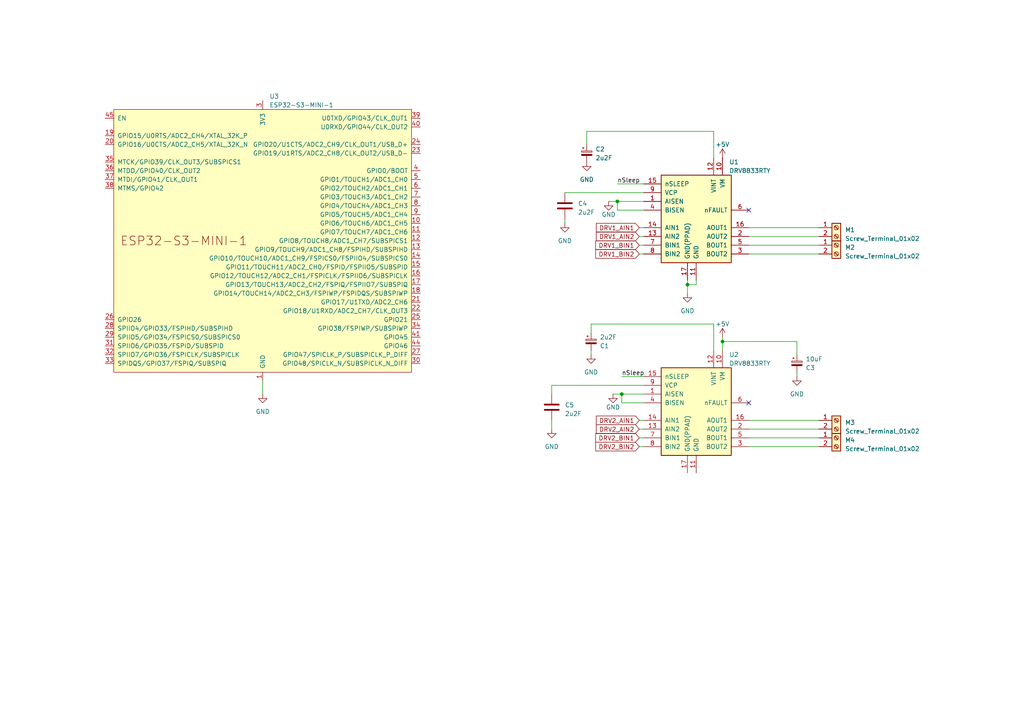
<source format=kicad_sch>
(kicad_sch (version 20230121) (generator eeschema)
  (paper "A4")
  (lib_symbols
    (symbol "Connector:Screw_Terminal_01x02" (pin_names (offset 1.016) hide)
      (property "Reference" "J" (at 0 2.54 0))
      (property "Value" "Screw_Terminal_01x02" (at 0 -5.08 0))
      (symbol "Screw_Terminal_01x02_1_1"
        (rectangle (start -1.27 1.27) (end 1.27 -3.81) (stroke (width 0.254)) (fill (type background)))
        (circle (center 0 -2.54) (radius 0.635) (stroke (width 0.1524)))
        (polyline (pts (xy -0.5334 -2.2098) (xy 0.3302 -3.048)) (stroke (width 0.1524)))
        (polyline (pts (xy -0.5334 0.3302) (xy 0.3302 -0.508)) (stroke (width 0.1524)))
        (polyline (pts (xy -0.3556 -2.032) (xy 0.508 -2.8702)) (stroke (width 0.1524)))
        (polyline (pts (xy -0.3556 0.508) (xy 0.508 -0.3302)) (stroke (width 0.1524)))
        (circle (center 0 0) (radius 0.635) (stroke (width 0.1524)))
        (pin passive line (at -5.08 0 0) (length 3.81) (name "Pin_1") (number "1"))
        (pin passive line (at -5.08 -2.54 0) (length 3.81) (name "Pin_2") (number "2"))
      )
    )
    (symbol "Device:C" (pin_numbers hide) (pin_names (offset 0.254))
      (property "Reference" "C" (at 0.635 2.54 0))
      (property "Value" "C" (at 0.635 -2.54 0))
      (symbol "C_0_1"
        (polyline (pts (xy -2.032 -0.762) (xy 2.032 -0.762)) (stroke (width 0.508)))
        (polyline (pts (xy -2.032 0.762) (xy 2.032 0.762)) (stroke (width 0.508)))
      )
      (symbol "C_1_1"
        (pin passive line (at 0 3.81 270) (length 2.794) (name "~") (number "1"))
        (pin passive line (at 0 -3.81 90) (length 2.794) (name "~") (number "2"))
      )
    )
    (symbol "Device:C_Polarized_Small" (pin_numbers hide) (pin_names (offset 0.254) hide)
      (property "Reference" "C" (at 0.254 1.778 0))
      (property "Value" "C_Polarized_Small" (at 0.254 -2.032 0))
      (symbol "C_Polarized_Small_0_1"
        (rectangle (start -1.524 -0.3048) (end 1.524 -0.6858) (fill (type outline)))
        (rectangle (start -1.524 0.6858) (end 1.524 0.3048))
        (polyline (pts (xy -1.27 1.524) (xy -0.762 1.524)))
        (polyline (pts (xy -1.016 1.27) (xy -1.016 1.778)))
      )
      (symbol "C_Polarized_Small_1_1"
        (pin passive line (at 0 2.54 270) (length 1.8542) (name "~") (number "1"))
        (pin passive line (at 0 -2.54 90) (length 1.8542) (name "~") (number "2"))
      )
    )
    (symbol "Driver_Motor:DRV8833RTY" (pin_names (offset 1.016))
      (property "Reference" "U" (at -3.81 16.51 0))
      (property "Value" "DRV8833RTY" (at -3.81 13.97 0))
      (symbol "DRV8833RTY_0_1"
        (rectangle (start -10.16 12.7) (end 10.16 -12.7) (stroke (width 0.254)) (fill (type background)))
      )
      (symbol "DRV8833RTY_1_1"
        (pin bidirectional line (at -15.24 5.08 0) (length 5.08) (name "AISEN") (number "1"))
        (pin power_in line (at 7.62 17.78 270) (length 5.08) (name "VM") (number "10"))
        (pin power_in line (at 0 -17.78 90) (length 5.08) (name "GND") (number "11"))
        (pin power_in line (at 5.08 17.78 270) (length 5.08) (name "VINT") (number "12"))
        (pin input line (at -15.24 -5.08 0) (length 5.08) (name "AIN2") (number "13"))
        (pin input line (at -15.24 -2.54 0) (length 5.08) (name "AIN1") (number "14"))
        (pin input line (at -15.24 10.16 0) (length 5.08) (name "nSLEEP") (number "15"))
        (pin power_out line (at 15.24 -2.54 180) (length 5.08) (name "AOUT1") (number "16"))
        (pin power_in line (at -2.54 -17.78 90) (length 5.08) (name "GND(PPAD)") (number "17"))
        (pin power_out line (at 15.24 -5.08 180) (length 5.08) (name "AOUT2") (number "2"))
        (pin power_out line (at 15.24 -10.16 180) (length 5.08) (name "BOUT2") (number "3"))
        (pin bidirectional line (at -15.24 2.54 0) (length 5.08) (name "BISEN") (number "4"))
        (pin power_out line (at 15.24 -7.62 180) (length 5.08) (name "BOUT1") (number "5"))
        (pin open_collector line (at 15.24 2.54 180) (length 5.08) (name "nFAULT") (number "6"))
        (pin input line (at -15.24 -7.62 0) (length 5.08) (name "BIN1") (number "7"))
        (pin input line (at -15.24 -10.16 0) (length 5.08) (name "BIN2") (number "8"))
        (pin bidirectional line (at -15.24 7.62 0) (length 5.08) (name "VCP") (number "9"))
      )
    )
    (symbol "Espressif:ESP32-S3-MINI-1" (pin_names (offset 1.016))
      (property "Reference" "U" (at -43.18 43.18 0))
      (property "Value" "ESP32-S3-MINI-1" (at -43.18 40.64 0))
      (symbol "ESP32-S3-MINI-1_0_0"
        (text "ESP32-S3-MINI-1" (at -22.86 0 0) (effects (font (size 2.54 2.54))))
        (pin power_in line (at 0 -40.64 90) (length 2.54) (name "GND") (number "1"))
        (pin bidirectional line (at 45.72 5.08 180) (length 2.54) (name "GPIO6/TOUCH6/ADC1_CH5") (number "10"))
        (pin bidirectional line (at 45.72 2.54 180) (length 2.54) (name "GPIO7/TOUCH7/ADC1_CH6") (number "11"))
        (pin bidirectional line (at 45.72 0 180) (length 2.54) (name "GPIO8/TOUCH8/ADC1_CH7/SUBSPICS1") (number "12"))
        (pin bidirectional line (at 45.72 -2.54 180) (length 2.54) (name "GPIO9/TOUCH9/ADC1_CH8/FSPIHD/SUBSPIHD") (number "13"))
        (pin bidirectional line (at 45.72 -5.08 180) (length 2.54) (name "GPIO10/TOUCH10/ADC1_CH9/FSPICS0/FSPIIO4/SUBSPICS0") (number "14"))
        (pin bidirectional line (at 45.72 -7.62 180) (length 2.54) (name "GPIO11/TOUCH11/ADC2_CH0/FSPID/FSPIIO5/SUBSPID") (number "15"))
        (pin bidirectional line (at 45.72 -10.16 180) (length 2.54) (name "GPIO12/TOUCH12/ADC2_CH1/FSPICLK/FSPIIO6/SUBSPICLK") (number "16"))
        (pin bidirectional line (at 45.72 -12.7 180) (length 2.54) (name "GPIO13/TOUCH13/ADC2_CH2/FSPIQ/FSPIIO7/SUBSPIQ") (number "17"))
        (pin bidirectional line (at 45.72 -15.24 180) (length 2.54) (name "GPIO14/TOUCH14/ADC2_CH3/FSPIWP/FSPIDQS/SUBSPIWP") (number "18"))
        (pin bidirectional line (at -45.72 30.48 0) (length 2.54) (name "GPIO15/U0RTS/ADC2_CH4/XTAL_32K_P") (number "19"))
        (pin passive line (at 0 -40.64 90) (length 2.54) hide (name "GND") (number "2"))
        (pin bidirectional line (at -45.72 27.94 0) (length 2.54) (name "GPIO16/U0CTS/ADC2_CH5/XTAL_32K_N") (number "20"))
        (pin bidirectional line (at 45.72 -17.78 180) (length 2.54) (name "GPIO17/U1TXD/ADC2_CH6") (number "21"))
        (pin bidirectional line (at 45.72 -20.32 180) (length 2.54) (name "GPIO18/U1RXD/ADC2_CH7/CLK_OUT3") (number "22"))
        (pin bidirectional line (at 45.72 25.4 180) (length 2.54) (name "GPIO19/U1RTS/ADC2_CH8/CLK_OUT2/USB_D-") (number "23"))
        (pin bidirectional line (at 45.72 27.94 180) (length 2.54) (name "GPIO20/U1CTS/ADC2_CH9/CLK_OUT1/USB_D+") (number "24"))
        (pin bidirectional line (at 45.72 -22.86 180) (length 2.54) (name "GPIO21") (number "25"))
        (pin bidirectional line (at -45.72 -22.86 0) (length 2.54) (name "GPIO26") (number "26"))
        (pin bidirectional line (at 45.72 -33.02 180) (length 2.54) (name "GPIO47/SPICLK_P/SUBSPICLK_P_DIFF") (number "27"))
        (pin bidirectional line (at -45.72 -25.4 0) (length 2.54) (name "SPIIO4/GPIO33/FSPIHD/SUBSPIHD") (number "28"))
        (pin bidirectional line (at -45.72 -27.94 0) (length 2.54) (name "SPIIO5/GPIO34/FSPICS0/SUBSPICS0") (number "29"))
        (pin power_in line (at 0 40.64 270) (length 2.54) (name "3V3") (number "3"))
        (pin bidirectional line (at 45.72 -35.56 180) (length 2.54) (name "GPIO48/SPICLK_N/SUBSPICLK_N_DIFF") (number "30"))
        (pin bidirectional line (at -45.72 -30.48 0) (length 2.54) (name "SPIIO6/GPIO35/FSPID/SUBSPID") (number "31"))
        (pin bidirectional line (at -45.72 -33.02 0) (length 2.54) (name "SPIIO7/GPIO36/FSPICLK/SUBSPICLK") (number "32"))
        (pin bidirectional line (at -45.72 -35.56 0) (length 2.54) (name "SPIDQS/GPIO37/FSPIQ/SUBSPIQ") (number "33"))
        (pin bidirectional line (at 45.72 -25.4 180) (length 2.54) (name "GPIO38/FSPIWP/SUBSPIWP") (number "34"))
        (pin bidirectional line (at -45.72 22.86 0) (length 2.54) (name "MTCK/GPIO39/CLK_OUT3/SUBSPICS1") (number "35"))
        (pin bidirectional line (at -45.72 20.32 0) (length 2.54) (name "MTDO/GPIO40/CLK_OUT2") (number "36"))
        (pin bidirectional line (at -45.72 17.78 0) (length 2.54) (name "MTDI/GPIO41/CLK_OUT1") (number "37"))
        (pin bidirectional line (at -45.72 15.24 0) (length 2.54) (name "MTMS/GPIO42") (number "38"))
        (pin bidirectional line (at 45.72 35.56 180) (length 2.54) (name "U0TXD/GPIO43/CLK_OUT1") (number "39"))
        (pin bidirectional line (at 45.72 20.32 180) (length 2.54) (name "GPIO0/BOOT") (number "4"))
        (pin bidirectional line (at 45.72 33.02 180) (length 2.54) (name "U0RXD/GPIO44/CLK_OUT2") (number "40"))
        (pin bidirectional line (at 45.72 -27.94 180) (length 2.54) (name "GPIO45") (number "41"))
        (pin passive line (at 0 -40.64 90) (length 2.54) hide (name "GND") (number "42"))
        (pin passive line (at 0 -40.64 90) (length 2.54) hide (name "GND") (number "43"))
        (pin bidirectional line (at 45.72 -30.48 180) (length 2.54) (name "GPIO46") (number "44"))
        (pin input line (at -45.72 35.56 0) (length 2.54) (name "EN") (number "45"))
        (pin passive line (at 0 -40.64 90) (length 2.54) hide (name "GND") (number "46"))
        (pin passive line (at 0 -40.64 90) (length 2.54) hide (name "GND") (number "47"))
        (pin passive line (at 0 -40.64 90) (length 2.54) hide (name "GND") (number "48"))
        (pin passive line (at 0 -40.64 90) (length 2.54) hide (name "GND") (number "49"))
        (pin bidirectional line (at 45.72 17.78 180) (length 2.54) (name "GPIO1/TOUCH1/ADC1_CH0") (number "5"))
        (pin passive line (at 0 -40.64 90) (length 2.54) hide (name "GND") (number "50"))
        (pin passive line (at 0 -40.64 90) (length 2.54) hide (name "GND") (number "51"))
        (pin passive line (at 0 -40.64 90) (length 2.54) hide (name "GND") (number "52"))
        (pin passive line (at 0 -40.64 90) (length 2.54) hide (name "GND") (number "53"))
        (pin passive line (at 0 -40.64 90) (length 2.54) hide (name "GND") (number "54"))
        (pin passive line (at 0 -40.64 90) (length 2.54) hide (name "GND") (number "55"))
        (pin passive line (at 0 -40.64 90) (length 2.54) hide (name "GND") (number "56"))
        (pin passive line (at 0 -40.64 90) (length 2.54) hide (name "GND") (number "57"))
        (pin passive line (at 0 -40.64 90) (length 2.54) hide (name "GND") (number "58"))
        (pin passive line (at 0 -40.64 90) (length 2.54) hide (name "GND") (number "59"))
        (pin bidirectional line (at 45.72 15.24 180) (length 2.54) (name "GPIO2/TOUCH2/ADC1_CH1") (number "6"))
        (pin passive line (at 0 -40.64 90) (length 2.54) hide (name "GND") (number "60"))
        (pin passive line (at 0 -40.64 90) (length 2.54) hide (name "GND") (number "61"))
        (pin passive line (at 0 -40.64 90) (length 2.54) hide (name "GND") (number "62"))
        (pin passive line (at 0 -40.64 90) (length 2.54) hide (name "GND") (number "63"))
        (pin passive line (at 0 -40.64 90) (length 2.54) hide (name "GND") (number "64"))
        (pin passive line (at 0 -40.64 90) (length 2.54) hide (name "GND") (number "65"))
        (pin bidirectional line (at 45.72 12.7 180) (length 2.54) (name "GPIO3/TOUCH3/ADC1_CH2") (number "7"))
        (pin bidirectional line (at 45.72 10.16 180) (length 2.54) (name "GPIO4/TOUCH4/ADC1_CH3") (number "8"))
        (pin bidirectional line (at 45.72 7.62 180) (length 2.54) (name "GPIO5/TOUCH5/ADC1_CH4") (number "9"))
      )
      (symbol "ESP32-S3-MINI-1_0_1"
        (rectangle (start -43.18 38.1) (end 43.18 -38.1) (fill (type background)))
      )
    )
    (symbol "power:+5V" (power) (pin_names (offset 0))
      (property "Value" "+5V" (at 0 3.556 0))
      (symbol "+5V_0_1"
        (polyline (pts (xy -0.762 1.27) (xy 0 2.54)))
        (polyline (pts (xy 0 0) (xy 0 2.54)))
        (polyline (pts (xy 0 2.54) (xy 0.762 1.27)))
      )
      (symbol "+5V_1_1"
        (pin power_in line (at 0 0 90) (length 0) hide (name "+5V") (number "1"))
      )
    )
    (symbol "power:GND" (power) (pin_names (offset 0))
      (property "Value" "GND" (at 0 -3.81 0))
      (symbol "GND_0_1"
        (polyline (pts (xy 0 0) (xy 0 -1.27) (xy 1.27 -1.27) (xy 0 -2.54) (xy -1.27 -1.27) (xy 0 -1.27)))
      )
      (symbol "GND_1_1"
        (pin power_in line (at 0 0 270) (length 0) hide (name "GND") (number "1"))
      )
    )
  )
  (junction (at 180.34 114.3))
  (junction (at 209.55 99.06))
  (junction (at 199.39 82.55))
  (junction (at 179.07 58.42))
  (no_connect (at 217.17 60.96))
  (no_connect (at 217.17 116.84))
  (wire (pts (xy 171.45 93.98) (xy 171.45 96.52)))
  (wire (pts (xy 170.18 38.1) (xy 207.01 38.1)))
  (wire (pts (xy 171.45 101.6) (xy 171.45 102.87)))
  (wire (pts (xy 170.18 41.91) (xy 170.18 38.1)))
  (wire (pts (xy 180.34 114.3) (xy 180.34 116.84)))
  (wire (pts (xy 180.34 109.22) (xy 186.69 109.22)))
  (wire (pts (xy 207.01 93.98) (xy 171.45 93.98)))
  (wire (pts (xy 176.53 58.42) (xy 179.07 58.42)))
  (wire (pts (xy 207.01 101.6) (xy 207.01 93.98)))
  (wire (pts (xy 186.69 58.42) (xy 179.07 58.42)))
  (wire (pts (xy 217.17 124.46) (xy 237.49 124.46)))
  (wire (pts (xy 185.42 71.12) (xy 186.69 71.12)))
  (wire (pts (xy 179.07 58.42) (xy 179.07 60.96)))
  (wire (pts (xy 231.14 99.06) (xy 231.14 102.87)))
  (wire (pts (xy 163.83 55.88) (xy 186.69 55.88)))
  (wire (pts (xy 185.42 127) (xy 186.69 127)))
  (wire (pts (xy 185.42 73.66) (xy 186.69 73.66)))
  (wire (pts (xy 199.39 81.28) (xy 199.39 82.55)))
  (wire (pts (xy 217.17 66.04) (xy 237.49 66.04)))
  (wire (pts (xy 186.69 114.3) (xy 180.34 114.3)))
  (wire (pts (xy 186.69 111.76) (xy 160.02 111.76)))
  (wire (pts (xy 217.17 68.58) (xy 237.49 68.58)))
  (wire (pts (xy 185.42 124.46) (xy 186.69 124.46)))
  (wire (pts (xy 201.93 81.28) (xy 201.93 82.55)))
  (wire (pts (xy 177.8 114.3) (xy 180.34 114.3)))
  (wire (pts (xy 163.83 63.5) (xy 163.83 64.77)))
  (wire (pts (xy 209.55 97.79) (xy 209.55 99.06)))
  (wire (pts (xy 231.14 107.95) (xy 231.14 109.22)))
  (wire (pts (xy 217.17 73.66) (xy 237.49 73.66)))
  (wire (pts (xy 209.55 99.06) (xy 209.55 101.6)))
  (wire (pts (xy 185.42 121.92) (xy 186.69 121.92)))
  (wire (pts (xy 217.17 71.12) (xy 237.49 71.12)))
  (wire (pts (xy 209.55 99.06) (xy 231.14 99.06)))
  (wire (pts (xy 217.17 127) (xy 237.49 127)))
  (wire (pts (xy 160.02 111.76) (xy 160.02 114.3)))
  (wire (pts (xy 160.02 121.92) (xy 160.02 124.46)))
  (wire (pts (xy 201.93 82.55) (xy 199.39 82.55)))
  (wire (pts (xy 185.42 66.04) (xy 186.69 66.04)))
  (wire (pts (xy 217.17 129.54) (xy 237.49 129.54)))
  (wire (pts (xy 217.17 121.92) (xy 237.49 121.92)))
  (wire (pts (xy 179.07 60.96) (xy 186.69 60.96)))
  (wire (pts (xy 185.42 129.54) (xy 186.69 129.54)))
  (wire (pts (xy 207.01 38.1) (xy 207.01 45.72)))
  (wire (pts (xy 199.39 82.55) (xy 199.39 85.09)))
  (wire (pts (xy 76.2 110.49) (xy 76.2 114.3)))
  (wire (pts (xy 180.34 116.84) (xy 186.69 116.84)))
  (wire (pts (xy 185.42 68.58) (xy 186.69 68.58)))
  (wire (pts (xy 179.07 53.34) (xy 186.69 53.34)))
  (label "nSleep" (at 179.07 53.34 0))
  (label "nSleep" (at 180.34 109.22 0))
  (global_label "DRV2_BIN1" (shape input) (at 185.42 127 180) (property "Intersheetrefs" "${INTERSHEET_REFS}" (effects hide)))
  (global_label "DRV2_AIN1" (shape input) (at 185.42 121.92 180) (property "Intersheetrefs" "${INTERSHEET_REFS}" (effects hide)))
  (global_label "DRV1_BIN2" (shape input) (at 185.42 73.66 180) (property "Intersheetrefs" "${INTERSHEET_REFS}" (effects hide)))
  (global_label "DRV2_BIN2" (shape input) (at 185.42 129.54 180) (property "Intersheetrefs" "${INTERSHEET_REFS}" (effects hide)))
  (global_label "DRV1_AIN1" (shape input) (at 185.42 66.04 180) (property "Intersheetrefs" "${INTERSHEET_REFS}" (effects hide)))
  (global_label "DRV1_BIN1" (shape input) (at 185.42 71.12 180) (property "Intersheetrefs" "${INTERSHEET_REFS}" (effects hide)))
  (global_label "DRV2_AIN2" (shape input) (at 185.42 124.46 180) (property "Intersheetrefs" "${INTERSHEET_REFS}" (effects hide)))
  (global_label "DRV1_AIN2" (shape input) (at 185.42 68.58 180) (property "Intersheetrefs" "${INTERSHEET_REFS}" (effects hide)))
  (symbol (lib_id "Driver_Motor:DRV8833RTY") (at 201.93 119.38 0) (unit 1)
    (property "Reference" "U2" (at 211.5059 102.87 0) (effects (justify left)))
    (property "Value" "DRV8833RTY" (at 211.5059 105.41 0) (effects (justify left)))
    (property "Footprint" "Package_DFN_QFN:Texas_S-PWQFN-N16_EP2.1x2.1mm_ThermalVias" (effects hide))
    (property "Datasheet" "http://www.ti.com/lit/ds/symlink/drv8833.pdf" (effects hide))
  )
  (symbol (lib_id "power:GND") (at 76.2 114.3 0) (unit 1)
    (property "Reference" "#PWR011" (effects hide))
    (property "Value" "GND" (at 76.2 119.38 0))
  )
  (symbol (lib_id "Device:C_Polarized_Small") (at 171.45 99.06 0) (unit 1)
    (property "Reference" "C1" (at 173.99 100.33 0) (effects (justify left)))
    (property "Value" "2u2F" (at 173.99 97.79 0) (effects (justify left)))
  )
  (symbol (lib_id "Connector:Screw_Terminal_01x02") (at 242.57 127 0) (unit 1)
    (property "Reference" "M4" (at 245.11 127.635 0) (effects (justify left)))
    (property "Value" "Screw_Terminal_01x02" (at 245.11 130.175 0) (effects (justify left)))
  )
  (symbol (lib_id "Device:C") (at 160.02 118.11 0) (unit 1)
    (property "Reference" "C5" (at 163.83 117.475 0) (effects (justify left)))
    (property "Value" "2u2F" (at 163.83 120.015 0) (effects (justify left)))
  )
  (symbol (lib_id "Connector:Screw_Terminal_01x02") (at 242.57 121.92 0) (unit 1)
    (property "Reference" "M3" (at 245.11 122.555 0) (effects (justify left)))
    (property "Value" "Screw_Terminal_01x02" (at 245.11 125.095 0) (effects (justify left)))
  )
  (symbol (lib_id "power:GND") (at 171.45 102.87 0) (unit 1)
    (property "Reference" "#PWR04" (effects hide))
    (property "Value" "GND" (at 171.45 107.95 0))
  )
  (symbol (lib_id "Connector:Screw_Terminal_01x02") (at 242.57 71.12 0) (unit 1)
    (property "Reference" "M2" (at 245.11 71.755 0) (effects (justify left)))
    (property "Value" "Screw_Terminal_01x02" (at 245.11 74.295 0) (effects (justify left)))
  )
  (symbol (lib_id "power:+5V") (at 209.55 97.79 0) (unit 1)
    (property "Reference" "#PWR02" (effects hide))
    (property "Value" "+5V" (at 209.55 93.98 0))
  )
  (symbol (lib_id "Driver_Motor:DRV8833RTY") (at 201.93 63.5 0) (unit 1)
    (property "Reference" "U1" (at 211.5059 46.99 0) (effects (justify left)))
    (property "Value" "DRV8833RTY" (at 211.5059 49.53 0) (effects (justify left)))
    (property "Footprint" "Package_DFN_QFN:Texas_S-PWQFN-N16_EP2.1x2.1mm_ThermalVias" (effects hide))
    (property "Datasheet" "http://www.ti.com/lit/ds/symlink/drv8833.pdf" (effects hide))
  )
  (symbol (lib_id "power:GND") (at 177.8 114.3 0) (unit 1)
    (property "Reference" "#PWR010" (effects hide))
    (property "Value" "GND" (at 177.8 118.11 0))
  )
  (symbol (lib_id "Connector:Screw_Terminal_01x02") (at 242.57 66.04 0) (unit 1)
    (property "Reference" "M1" (at 245.11 66.675 0) (effects (justify left)))
    (property "Value" "Screw_Terminal_01x02" (at 245.11 69.215 0) (effects (justify left)))
  )
  (symbol (lib_id "power:+5V") (at 209.55 45.72 0) (unit 1)
    (property "Reference" "#PWR01" (effects hide))
    (property "Value" "+5V" (at 209.55 41.91 0))
  )
  (symbol (lib_id "power:GND") (at 170.18 46.99 0) (unit 1)
    (property "Reference" "#PWR03" (effects hide))
    (property "Value" "GND" (at 170.18 52.07 0))
  )
  (symbol (lib_id "Device:C_Polarized_Small") (at 231.14 105.41 0) (unit 1)
    (property "Reference" "C3" (at 233.68 106.68 0) (effects (justify left)))
    (property "Value" "10uF" (at 233.68 104.14 0) (effects (justify left)))
  )
  (symbol (lib_id "Device:C_Polarized_Small") (at 170.18 44.45 0) (unit 1)
    (property "Reference" "C2" (at 172.72 43.2689 0) (effects (justify left)))
    (property "Value" "2u2F" (at 172.72 45.8089 0) (effects (justify left)))
  )
  (symbol (lib_id "power:GND") (at 176.53 58.42 0) (unit 1)
    (property "Reference" "#PWR09" (effects hide))
    (property "Value" "GND" (at 176.53 62.23 0))
  )
  (symbol (lib_id "power:GND") (at 231.14 109.22 0) (unit 1)
    (property "Reference" "#PWR05" (effects hide))
    (property "Value" "GND" (at 231.14 114.3 0))
  )
  (symbol (lib_id "power:GND") (at 160.02 124.46 0) (unit 1)
    (property "Reference" "#PWR08" (effects hide))
    (property "Value" "GND" (at 160.02 129.54 0))
  )
  (symbol (lib_id "Device:C") (at 163.83 59.69 0) (unit 1)
    (property "Reference" "C4" (at 167.64 59.055 0) (effects (justify left)))
    (property "Value" "2u2F" (at 167.64 61.595 0) (effects (justify left)))
  )
  (symbol (lib_id "power:GND") (at 163.83 64.77 0) (unit 1)
    (property "Reference" "#PWR07" (effects hide))
    (property "Value" "GND" (at 163.83 69.85 0))
  )
  (symbol (lib_id "Espressif:ESP32-S3-MINI-1") (at 76.2 69.85 0) (unit 1)
    (property "Reference" "U3" (at 78.1559 27.94 0) (effects (justify left)))
    (property "Value" "ESP32-S3-MINI-1" (at 78.1559 30.48 0) (effects (justify left)))
    (property "Footprint" "Espressif:ESP32-S3-MINI-1" (effects hide))
    (property "Datasheet" "https://www.espressif.com/sites/default/files/documentation/esp32-s3-mini-1_mini-1u_datasheet_en.pdf" (effects hide))
  )
  (symbol (lib_id "power:GND") (at 199.39 85.09 0) (unit 1)
    (property "Reference" "#PWR06" (effects hide))
    (property "Value" "GND" (at 199.39 90.17 0))
  )
)
</source>
